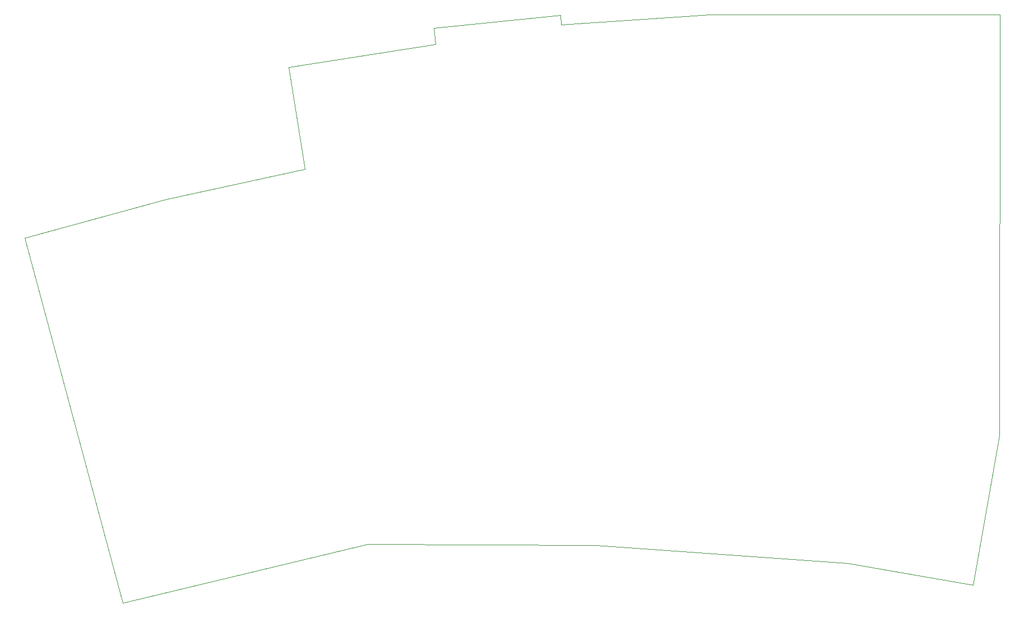
<source format=gm1>
%TF.GenerationSoftware,KiCad,Pcbnew,(6.0.0)*%
%TF.CreationDate,2022-02-12T20:51:35+07:00*%
%TF.ProjectId,PCB Bottom,50434220-426f-4747-946f-6d2e6b696361,rev?*%
%TF.SameCoordinates,Original*%
%TF.FileFunction,Profile,NP*%
%FSLAX46Y46*%
G04 Gerber Fmt 4.6, Leading zero omitted, Abs format (unit mm)*
G04 Created by KiCad (PCBNEW (6.0.0)) date 2022-02-12 20:51:35*
%MOMM*%
%LPD*%
G01*
G04 APERTURE LIST*
%TA.AperFunction,Profile*%
%ADD10C,0.050000*%
%TD*%
G04 APERTURE END LIST*
D10*
X35821427Y-45905189D02*
X14434627Y-51747189D01*
X56751027Y-41333189D02*
X54312627Y-25889989D01*
X54312627Y-25889989D02*
X76512227Y-22435589D01*
X161695381Y-81617589D02*
X157674640Y-104214700D01*
X100795381Y-98214700D02*
X66301427Y-98025989D01*
X95359027Y-18015989D02*
X95506234Y-19479847D01*
X29268227Y-106966789D02*
X66301427Y-98025989D01*
X76512227Y-22435589D02*
X76258227Y-19997189D01*
X95506234Y-19479847D02*
X118015827Y-17955847D01*
X161754627Y-17955847D02*
X118015827Y-17955847D01*
X100795381Y-98214700D02*
X138777040Y-100914700D01*
X138777040Y-100914700D02*
X157674640Y-104214700D01*
X35821427Y-45905189D02*
X56751027Y-41333189D01*
X14434627Y-51747189D02*
X29268227Y-106966789D01*
X161695381Y-81617589D02*
X161754627Y-17955847D01*
X95359027Y-18015989D02*
X76258227Y-19997189D01*
M02*

</source>
